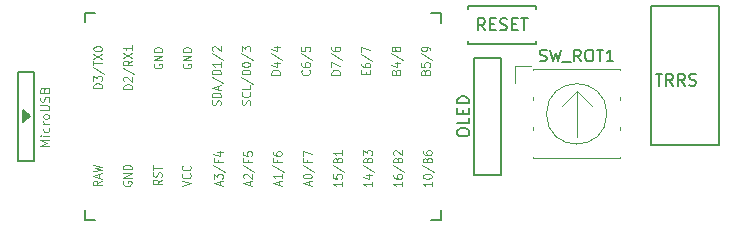
<source format=gbr>
%TF.GenerationSoftware,KiCad,Pcbnew,(5.1.9)-1*%
%TF.CreationDate,2021-02-13T13:30:33+09:00*%
%TF.ProjectId,yuiop22rs,7975696f-7032-4327-9273-2e6b69636164,1*%
%TF.SameCoordinates,Original*%
%TF.FileFunction,Legend,Top*%
%TF.FilePolarity,Positive*%
%FSLAX46Y46*%
G04 Gerber Fmt 4.6, Leading zero omitted, Abs format (unit mm)*
G04 Created by KiCad (PCBNEW (5.1.9)-1) date 2021-02-13 13:30:33*
%MOMM*%
%LPD*%
G01*
G04 APERTURE LIST*
%ADD10C,0.150000*%
%ADD11C,0.120000*%
%ADD12C,0.125000*%
G04 APERTURE END LIST*
D10*
%TO.C,J1*%
X100850000Y-50150000D02*
X106650000Y-50150000D01*
X106650000Y-50150000D02*
X106650000Y-61900000D01*
X106650000Y-61900000D02*
X100850000Y-61900000D01*
X100850000Y-61900000D02*
X100850000Y-50150000D01*
%TO.C,OL1*%
X85850000Y-54550000D02*
X88150000Y-54550000D01*
X85850000Y-64450000D02*
X85850000Y-54550000D01*
X88150000Y-64450000D02*
X88150000Y-54550000D01*
X88150000Y-64450000D02*
X85850000Y-64450000D01*
D11*
%TO.C,SW_ROT1*%
X97120000Y-59290000D02*
G75*
G03*
X97120000Y-59290000I-2560000J0D01*
G01*
X90890000Y-55600000D02*
X90890000Y-55520000D01*
X90890000Y-55520000D02*
X98230000Y-55520000D01*
X98230000Y-55520000D02*
X98230000Y-55600000D01*
X90890000Y-62980000D02*
X90890000Y-63060000D01*
X90890000Y-63060000D02*
X98230000Y-63060000D01*
X98230000Y-63060000D02*
X98230000Y-62980000D01*
X90890000Y-57900000D02*
X90890000Y-58140000D01*
X90890000Y-60440000D02*
X90890000Y-60680000D01*
X98230000Y-57900000D02*
X98230000Y-58140000D01*
X98230000Y-60440000D02*
X98230000Y-60680000D01*
X89330000Y-56640000D02*
X89330000Y-55270000D01*
X89330000Y-55270000D02*
X90700000Y-55270000D01*
X94560000Y-57370000D02*
X94560000Y-61210000D01*
X93280000Y-58650000D02*
X94560000Y-57370000D01*
X94560000Y-57370000D02*
X95840000Y-58650000D01*
D10*
%TO.C,SW_RST1*%
X85400000Y-53350000D02*
X91100000Y-53350000D01*
X91100000Y-53350000D02*
X91100000Y-53100000D01*
X85400000Y-53350000D02*
X85400000Y-53100000D01*
X85400000Y-50150000D02*
X85400000Y-50400000D01*
X85400000Y-50150000D02*
X91100000Y-50150000D01*
X91100000Y-50150000D02*
X91100000Y-50400000D01*
%TO.C,U1*%
X48100000Y-59650000D02*
X48100000Y-59350000D01*
X47950000Y-59750000D02*
X47950000Y-59250000D01*
X47800000Y-59850000D02*
X47800000Y-59150000D01*
X48300000Y-59500000D02*
X47650000Y-60000000D01*
X47650000Y-59000000D02*
X48300000Y-59500000D01*
X47650000Y-60000000D02*
X47650000Y-59000000D01*
X47300000Y-55750000D02*
X47300000Y-63250000D01*
X48600000Y-55750000D02*
X47300000Y-55750000D01*
X48600000Y-63250000D02*
X48600000Y-55750000D01*
X47300000Y-63250000D02*
X48600000Y-63250000D01*
X52900000Y-68250000D02*
X53750000Y-68250000D01*
X52900000Y-50750000D02*
X53750000Y-50750000D01*
X52900000Y-68250000D02*
X52900000Y-67400000D01*
X52900000Y-50750000D02*
X52900000Y-51550000D01*
X82200000Y-68250000D02*
X83100000Y-68250000D01*
X82250000Y-50750000D02*
X83100000Y-50750000D01*
X83100000Y-68250000D02*
X83100000Y-67400000D01*
X83100000Y-50750000D02*
X83100000Y-51610000D01*
%TO.C,J1*%
X101238095Y-55902380D02*
X101809523Y-55902380D01*
X101523809Y-56902380D02*
X101523809Y-55902380D01*
X102714285Y-56902380D02*
X102380952Y-56426190D01*
X102142857Y-56902380D02*
X102142857Y-55902380D01*
X102523809Y-55902380D01*
X102619047Y-55950000D01*
X102666666Y-55997619D01*
X102714285Y-56092857D01*
X102714285Y-56235714D01*
X102666666Y-56330952D01*
X102619047Y-56378571D01*
X102523809Y-56426190D01*
X102142857Y-56426190D01*
X103714285Y-56902380D02*
X103380952Y-56426190D01*
X103142857Y-56902380D02*
X103142857Y-55902380D01*
X103523809Y-55902380D01*
X103619047Y-55950000D01*
X103666666Y-55997619D01*
X103714285Y-56092857D01*
X103714285Y-56235714D01*
X103666666Y-56330952D01*
X103619047Y-56378571D01*
X103523809Y-56426190D01*
X103142857Y-56426190D01*
X104095238Y-56854761D02*
X104238095Y-56902380D01*
X104476190Y-56902380D01*
X104571428Y-56854761D01*
X104619047Y-56807142D01*
X104666666Y-56711904D01*
X104666666Y-56616666D01*
X104619047Y-56521428D01*
X104571428Y-56473809D01*
X104476190Y-56426190D01*
X104285714Y-56378571D01*
X104190476Y-56330952D01*
X104142857Y-56283333D01*
X104095238Y-56188095D01*
X104095238Y-56092857D01*
X104142857Y-55997619D01*
X104190476Y-55950000D01*
X104285714Y-55902380D01*
X104523809Y-55902380D01*
X104666666Y-55950000D01*
%TO.C,OL1*%
X84452380Y-60952380D02*
X84452380Y-60761904D01*
X84500000Y-60666666D01*
X84595238Y-60571428D01*
X84785714Y-60523809D01*
X85119047Y-60523809D01*
X85309523Y-60571428D01*
X85404761Y-60666666D01*
X85452380Y-60761904D01*
X85452380Y-60952380D01*
X85404761Y-61047619D01*
X85309523Y-61142857D01*
X85119047Y-61190476D01*
X84785714Y-61190476D01*
X84595238Y-61142857D01*
X84500000Y-61047619D01*
X84452380Y-60952380D01*
X85452380Y-59619047D02*
X85452380Y-60095238D01*
X84452380Y-60095238D01*
X84928571Y-59285714D02*
X84928571Y-58952380D01*
X85452380Y-58809523D02*
X85452380Y-59285714D01*
X84452380Y-59285714D01*
X84452380Y-58809523D01*
X85452380Y-58380952D02*
X84452380Y-58380952D01*
X84452380Y-58142857D01*
X84500000Y-58000000D01*
X84595238Y-57904761D01*
X84690476Y-57857142D01*
X84880952Y-57809523D01*
X85023809Y-57809523D01*
X85214285Y-57857142D01*
X85309523Y-57904761D01*
X85404761Y-58000000D01*
X85452380Y-58142857D01*
X85452380Y-58380952D01*
%TO.C,SW_ROT1*%
X91440952Y-54794761D02*
X91583809Y-54842380D01*
X91821904Y-54842380D01*
X91917142Y-54794761D01*
X91964761Y-54747142D01*
X92012380Y-54651904D01*
X92012380Y-54556666D01*
X91964761Y-54461428D01*
X91917142Y-54413809D01*
X91821904Y-54366190D01*
X91631428Y-54318571D01*
X91536190Y-54270952D01*
X91488571Y-54223333D01*
X91440952Y-54128095D01*
X91440952Y-54032857D01*
X91488571Y-53937619D01*
X91536190Y-53890000D01*
X91631428Y-53842380D01*
X91869523Y-53842380D01*
X92012380Y-53890000D01*
X92345714Y-53842380D02*
X92583809Y-54842380D01*
X92774285Y-54128095D01*
X92964761Y-54842380D01*
X93202857Y-53842380D01*
X93345714Y-54937619D02*
X94107619Y-54937619D01*
X94917142Y-54842380D02*
X94583809Y-54366190D01*
X94345714Y-54842380D02*
X94345714Y-53842380D01*
X94726666Y-53842380D01*
X94821904Y-53890000D01*
X94869523Y-53937619D01*
X94917142Y-54032857D01*
X94917142Y-54175714D01*
X94869523Y-54270952D01*
X94821904Y-54318571D01*
X94726666Y-54366190D01*
X94345714Y-54366190D01*
X95536190Y-53842380D02*
X95726666Y-53842380D01*
X95821904Y-53890000D01*
X95917142Y-53985238D01*
X95964761Y-54175714D01*
X95964761Y-54509047D01*
X95917142Y-54699523D01*
X95821904Y-54794761D01*
X95726666Y-54842380D01*
X95536190Y-54842380D01*
X95440952Y-54794761D01*
X95345714Y-54699523D01*
X95298095Y-54509047D01*
X95298095Y-54175714D01*
X95345714Y-53985238D01*
X95440952Y-53890000D01*
X95536190Y-53842380D01*
X96250476Y-53842380D02*
X96821904Y-53842380D01*
X96536190Y-54842380D02*
X96536190Y-53842380D01*
X97679047Y-54842380D02*
X97107619Y-54842380D01*
X97393333Y-54842380D02*
X97393333Y-53842380D01*
X97298095Y-53985238D01*
X97202857Y-54080476D01*
X97107619Y-54128095D01*
%TO.C,SW_RST1*%
X86797619Y-52202380D02*
X86464285Y-51726190D01*
X86226190Y-52202380D02*
X86226190Y-51202380D01*
X86607142Y-51202380D01*
X86702380Y-51250000D01*
X86750000Y-51297619D01*
X86797619Y-51392857D01*
X86797619Y-51535714D01*
X86750000Y-51630952D01*
X86702380Y-51678571D01*
X86607142Y-51726190D01*
X86226190Y-51726190D01*
X87226190Y-51678571D02*
X87559523Y-51678571D01*
X87702380Y-52202380D02*
X87226190Y-52202380D01*
X87226190Y-51202380D01*
X87702380Y-51202380D01*
X88083333Y-52154761D02*
X88226190Y-52202380D01*
X88464285Y-52202380D01*
X88559523Y-52154761D01*
X88607142Y-52107142D01*
X88654761Y-52011904D01*
X88654761Y-51916666D01*
X88607142Y-51821428D01*
X88559523Y-51773809D01*
X88464285Y-51726190D01*
X88273809Y-51678571D01*
X88178571Y-51630952D01*
X88130952Y-51583333D01*
X88083333Y-51488095D01*
X88083333Y-51392857D01*
X88130952Y-51297619D01*
X88178571Y-51250000D01*
X88273809Y-51202380D01*
X88511904Y-51202380D01*
X88654761Y-51250000D01*
X89083333Y-51678571D02*
X89416666Y-51678571D01*
X89559523Y-52202380D02*
X89083333Y-52202380D01*
X89083333Y-51202380D01*
X89559523Y-51202380D01*
X89845238Y-51202380D02*
X90416666Y-51202380D01*
X90130952Y-52202380D02*
X90130952Y-51202380D01*
%TO.C,U1*%
D11*
X49889285Y-61996428D02*
X49139285Y-61996428D01*
X49675000Y-61746428D01*
X49139285Y-61496428D01*
X49889285Y-61496428D01*
X49889285Y-61139285D02*
X49389285Y-61139285D01*
X49139285Y-61139285D02*
X49175000Y-61175000D01*
X49210714Y-61139285D01*
X49175000Y-61103571D01*
X49139285Y-61139285D01*
X49210714Y-61139285D01*
X49853571Y-60460714D02*
X49889285Y-60532142D01*
X49889285Y-60675000D01*
X49853571Y-60746428D01*
X49817857Y-60782142D01*
X49746428Y-60817857D01*
X49532142Y-60817857D01*
X49460714Y-60782142D01*
X49425000Y-60746428D01*
X49389285Y-60675000D01*
X49389285Y-60532142D01*
X49425000Y-60460714D01*
X49889285Y-60139285D02*
X49389285Y-60139285D01*
X49532142Y-60139285D02*
X49460714Y-60103571D01*
X49425000Y-60067857D01*
X49389285Y-59996428D01*
X49389285Y-59925000D01*
X49889285Y-59567857D02*
X49853571Y-59639285D01*
X49817857Y-59675000D01*
X49746428Y-59710714D01*
X49532142Y-59710714D01*
X49460714Y-59675000D01*
X49425000Y-59639285D01*
X49389285Y-59567857D01*
X49389285Y-59460714D01*
X49425000Y-59389285D01*
X49460714Y-59353571D01*
X49532142Y-59317857D01*
X49746428Y-59317857D01*
X49817857Y-59353571D01*
X49853571Y-59389285D01*
X49889285Y-59460714D01*
X49889285Y-59567857D01*
X49139285Y-58996428D02*
X49746428Y-58996428D01*
X49817857Y-58960714D01*
X49853571Y-58925000D01*
X49889285Y-58853571D01*
X49889285Y-58710714D01*
X49853571Y-58639285D01*
X49817857Y-58603571D01*
X49746428Y-58567857D01*
X49139285Y-58567857D01*
X49853571Y-58246428D02*
X49889285Y-58139285D01*
X49889285Y-57960714D01*
X49853571Y-57889285D01*
X49817857Y-57853571D01*
X49746428Y-57817857D01*
X49675000Y-57817857D01*
X49603571Y-57853571D01*
X49567857Y-57889285D01*
X49532142Y-57960714D01*
X49496428Y-58103571D01*
X49460714Y-58175000D01*
X49425000Y-58210714D01*
X49353571Y-58246428D01*
X49282142Y-58246428D01*
X49210714Y-58210714D01*
X49175000Y-58175000D01*
X49139285Y-58103571D01*
X49139285Y-57925000D01*
X49175000Y-57817857D01*
X49496428Y-57246428D02*
X49532142Y-57139285D01*
X49567857Y-57103571D01*
X49639285Y-57067857D01*
X49746428Y-57067857D01*
X49817857Y-57103571D01*
X49853571Y-57139285D01*
X49889285Y-57210714D01*
X49889285Y-57496428D01*
X49139285Y-57496428D01*
X49139285Y-57246428D01*
X49175000Y-57175000D01*
X49210714Y-57139285D01*
X49282142Y-57103571D01*
X49353571Y-57103571D01*
X49425000Y-57139285D01*
X49460714Y-57175000D01*
X49496428Y-57246428D01*
X49496428Y-57496428D01*
X49889285Y-61996428D02*
X49139285Y-61996428D01*
X49675000Y-61746428D01*
X49139285Y-61496428D01*
X49889285Y-61496428D01*
X49889285Y-61139285D02*
X49389285Y-61139285D01*
X49139285Y-61139285D02*
X49175000Y-61175000D01*
X49210714Y-61139285D01*
X49175000Y-61103571D01*
X49139285Y-61139285D01*
X49210714Y-61139285D01*
X49853571Y-60460714D02*
X49889285Y-60532142D01*
X49889285Y-60675000D01*
X49853571Y-60746428D01*
X49817857Y-60782142D01*
X49746428Y-60817857D01*
X49532142Y-60817857D01*
X49460714Y-60782142D01*
X49425000Y-60746428D01*
X49389285Y-60675000D01*
X49389285Y-60532142D01*
X49425000Y-60460714D01*
X49889285Y-60139285D02*
X49389285Y-60139285D01*
X49532142Y-60139285D02*
X49460714Y-60103571D01*
X49425000Y-60067857D01*
X49389285Y-59996428D01*
X49389285Y-59925000D01*
X49889285Y-59567857D02*
X49853571Y-59639285D01*
X49817857Y-59675000D01*
X49746428Y-59710714D01*
X49532142Y-59710714D01*
X49460714Y-59675000D01*
X49425000Y-59639285D01*
X49389285Y-59567857D01*
X49389285Y-59460714D01*
X49425000Y-59389285D01*
X49460714Y-59353571D01*
X49532142Y-59317857D01*
X49746428Y-59317857D01*
X49817857Y-59353571D01*
X49853571Y-59389285D01*
X49889285Y-59460714D01*
X49889285Y-59567857D01*
X49139285Y-58996428D02*
X49746428Y-58996428D01*
X49817857Y-58960714D01*
X49853571Y-58925000D01*
X49889285Y-58853571D01*
X49889285Y-58710714D01*
X49853571Y-58639285D01*
X49817857Y-58603571D01*
X49746428Y-58567857D01*
X49139285Y-58567857D01*
X49853571Y-58246428D02*
X49889285Y-58139285D01*
X49889285Y-57960714D01*
X49853571Y-57889285D01*
X49817857Y-57853571D01*
X49746428Y-57817857D01*
X49675000Y-57817857D01*
X49603571Y-57853571D01*
X49567857Y-57889285D01*
X49532142Y-57960714D01*
X49496428Y-58103571D01*
X49460714Y-58175000D01*
X49425000Y-58210714D01*
X49353571Y-58246428D01*
X49282142Y-58246428D01*
X49210714Y-58210714D01*
X49175000Y-58175000D01*
X49139285Y-58103571D01*
X49139285Y-57925000D01*
X49175000Y-57817857D01*
X49496428Y-57246428D02*
X49532142Y-57139285D01*
X49567857Y-57103571D01*
X49639285Y-57067857D01*
X49746428Y-57067857D01*
X49817857Y-57103571D01*
X49853571Y-57139285D01*
X49889285Y-57210714D01*
X49889285Y-57496428D01*
X49139285Y-57496428D01*
X49139285Y-57246428D01*
X49175000Y-57175000D01*
X49210714Y-57139285D01*
X49282142Y-57103571D01*
X49353571Y-57103571D01*
X49425000Y-57139285D01*
X49460714Y-57175000D01*
X49496428Y-57246428D01*
X49496428Y-57496428D01*
D12*
X79246428Y-55736190D02*
X79282142Y-55640476D01*
X79317857Y-55608571D01*
X79389285Y-55576666D01*
X79496428Y-55576666D01*
X79567857Y-55608571D01*
X79603571Y-55640476D01*
X79639285Y-55704285D01*
X79639285Y-55959523D01*
X78889285Y-55959523D01*
X78889285Y-55736190D01*
X78925000Y-55672380D01*
X78960714Y-55640476D01*
X79032142Y-55608571D01*
X79103571Y-55608571D01*
X79175000Y-55640476D01*
X79210714Y-55672380D01*
X79246428Y-55736190D01*
X79246428Y-55959523D01*
X79139285Y-55002380D02*
X79639285Y-55002380D01*
X78853571Y-55161904D02*
X79389285Y-55321428D01*
X79389285Y-54906666D01*
X78853571Y-54172857D02*
X79817857Y-54747142D01*
X79210714Y-53853809D02*
X79175000Y-53917619D01*
X79139285Y-53949523D01*
X79067857Y-53981428D01*
X79032142Y-53981428D01*
X78960714Y-53949523D01*
X78925000Y-53917619D01*
X78889285Y-53853809D01*
X78889285Y-53726190D01*
X78925000Y-53662380D01*
X78960714Y-53630476D01*
X79032142Y-53598571D01*
X79067857Y-53598571D01*
X79139285Y-53630476D01*
X79175000Y-53662380D01*
X79210714Y-53726190D01*
X79210714Y-53853809D01*
X79246428Y-53917619D01*
X79282142Y-53949523D01*
X79353571Y-53981428D01*
X79496428Y-53981428D01*
X79567857Y-53949523D01*
X79603571Y-53917619D01*
X79639285Y-53853809D01*
X79639285Y-53726190D01*
X79603571Y-53662380D01*
X79567857Y-53630476D01*
X79496428Y-53598571D01*
X79353571Y-53598571D01*
X79282142Y-53630476D01*
X79246428Y-53662380D01*
X79210714Y-53726190D01*
X56939285Y-57163571D02*
X56189285Y-57163571D01*
X56189285Y-57004047D01*
X56225000Y-56908333D01*
X56296428Y-56844523D01*
X56367857Y-56812619D01*
X56510714Y-56780714D01*
X56617857Y-56780714D01*
X56760714Y-56812619D01*
X56832142Y-56844523D01*
X56903571Y-56908333D01*
X56939285Y-57004047D01*
X56939285Y-57163571D01*
X56260714Y-56525476D02*
X56225000Y-56493571D01*
X56189285Y-56429761D01*
X56189285Y-56270238D01*
X56225000Y-56206428D01*
X56260714Y-56174523D01*
X56332142Y-56142619D01*
X56403571Y-56142619D01*
X56510714Y-56174523D01*
X56939285Y-56557380D01*
X56939285Y-56142619D01*
X56153571Y-55376904D02*
X57117857Y-55951190D01*
X56939285Y-54770714D02*
X56582142Y-54994047D01*
X56939285Y-55153571D02*
X56189285Y-55153571D01*
X56189285Y-54898333D01*
X56225000Y-54834523D01*
X56260714Y-54802619D01*
X56332142Y-54770714D01*
X56439285Y-54770714D01*
X56510714Y-54802619D01*
X56546428Y-54834523D01*
X56582142Y-54898333D01*
X56582142Y-55153571D01*
X56189285Y-54547380D02*
X56939285Y-54100714D01*
X56189285Y-54100714D02*
X56939285Y-54547380D01*
X56939285Y-53494523D02*
X56939285Y-53877380D01*
X56939285Y-53685952D02*
X56189285Y-53685952D01*
X56296428Y-53749761D01*
X56367857Y-53813571D01*
X56403571Y-53877380D01*
X81746428Y-55736190D02*
X81782142Y-55640476D01*
X81817857Y-55608571D01*
X81889285Y-55576666D01*
X81996428Y-55576666D01*
X82067857Y-55608571D01*
X82103571Y-55640476D01*
X82139285Y-55704285D01*
X82139285Y-55959523D01*
X81389285Y-55959523D01*
X81389285Y-55736190D01*
X81425000Y-55672380D01*
X81460714Y-55640476D01*
X81532142Y-55608571D01*
X81603571Y-55608571D01*
X81675000Y-55640476D01*
X81710714Y-55672380D01*
X81746428Y-55736190D01*
X81746428Y-55959523D01*
X81389285Y-54970476D02*
X81389285Y-55289523D01*
X81746428Y-55321428D01*
X81710714Y-55289523D01*
X81675000Y-55225714D01*
X81675000Y-55066190D01*
X81710714Y-55002380D01*
X81746428Y-54970476D01*
X81817857Y-54938571D01*
X81996428Y-54938571D01*
X82067857Y-54970476D01*
X82103571Y-55002380D01*
X82139285Y-55066190D01*
X82139285Y-55225714D01*
X82103571Y-55289523D01*
X82067857Y-55321428D01*
X81353571Y-54172857D02*
X82317857Y-54747142D01*
X82139285Y-53917619D02*
X82139285Y-53790000D01*
X82103571Y-53726190D01*
X82067857Y-53694285D01*
X81960714Y-53630476D01*
X81817857Y-53598571D01*
X81532142Y-53598571D01*
X81460714Y-53630476D01*
X81425000Y-53662380D01*
X81389285Y-53726190D01*
X81389285Y-53853809D01*
X81425000Y-53917619D01*
X81460714Y-53949523D01*
X81532142Y-53981428D01*
X81710714Y-53981428D01*
X81782142Y-53949523D01*
X81817857Y-53917619D01*
X81853571Y-53853809D01*
X81853571Y-53726190D01*
X81817857Y-53662380D01*
X81782142Y-53630476D01*
X81710714Y-53598571D01*
X71917857Y-55576666D02*
X71953571Y-55608571D01*
X71989285Y-55704285D01*
X71989285Y-55768095D01*
X71953571Y-55863809D01*
X71882142Y-55927619D01*
X71810714Y-55959523D01*
X71667857Y-55991428D01*
X71560714Y-55991428D01*
X71417857Y-55959523D01*
X71346428Y-55927619D01*
X71275000Y-55863809D01*
X71239285Y-55768095D01*
X71239285Y-55704285D01*
X71275000Y-55608571D01*
X71310714Y-55576666D01*
X71239285Y-55002380D02*
X71239285Y-55130000D01*
X71275000Y-55193809D01*
X71310714Y-55225714D01*
X71417857Y-55289523D01*
X71560714Y-55321428D01*
X71846428Y-55321428D01*
X71917857Y-55289523D01*
X71953571Y-55257619D01*
X71989285Y-55193809D01*
X71989285Y-55066190D01*
X71953571Y-55002380D01*
X71917857Y-54970476D01*
X71846428Y-54938571D01*
X71667857Y-54938571D01*
X71596428Y-54970476D01*
X71560714Y-55002380D01*
X71525000Y-55066190D01*
X71525000Y-55193809D01*
X71560714Y-55257619D01*
X71596428Y-55289523D01*
X71667857Y-55321428D01*
X71203571Y-54172857D02*
X72167857Y-54747142D01*
X71239285Y-53630476D02*
X71239285Y-53949523D01*
X71596428Y-53981428D01*
X71560714Y-53949523D01*
X71525000Y-53885714D01*
X71525000Y-53726190D01*
X71560714Y-53662380D01*
X71596428Y-53630476D01*
X71667857Y-53598571D01*
X71846428Y-53598571D01*
X71917857Y-53630476D01*
X71953571Y-53662380D01*
X71989285Y-53726190D01*
X71989285Y-53885714D01*
X71953571Y-53949523D01*
X71917857Y-53981428D01*
X66903571Y-58517619D02*
X66939285Y-58421904D01*
X66939285Y-58262380D01*
X66903571Y-58198571D01*
X66867857Y-58166666D01*
X66796428Y-58134761D01*
X66725000Y-58134761D01*
X66653571Y-58166666D01*
X66617857Y-58198571D01*
X66582142Y-58262380D01*
X66546428Y-58390000D01*
X66510714Y-58453809D01*
X66475000Y-58485714D01*
X66403571Y-58517619D01*
X66332142Y-58517619D01*
X66260714Y-58485714D01*
X66225000Y-58453809D01*
X66189285Y-58390000D01*
X66189285Y-58230476D01*
X66225000Y-58134761D01*
X66867857Y-57464761D02*
X66903571Y-57496666D01*
X66939285Y-57592380D01*
X66939285Y-57656190D01*
X66903571Y-57751904D01*
X66832142Y-57815714D01*
X66760714Y-57847619D01*
X66617857Y-57879523D01*
X66510714Y-57879523D01*
X66367857Y-57847619D01*
X66296428Y-57815714D01*
X66225000Y-57751904D01*
X66189285Y-57656190D01*
X66189285Y-57592380D01*
X66225000Y-57496666D01*
X66260714Y-57464761D01*
X66939285Y-56858571D02*
X66939285Y-57177619D01*
X66189285Y-57177619D01*
X66153571Y-56156666D02*
X67117857Y-56730952D01*
X66939285Y-55933333D02*
X66189285Y-55933333D01*
X66189285Y-55773809D01*
X66225000Y-55678095D01*
X66296428Y-55614285D01*
X66367857Y-55582380D01*
X66510714Y-55550476D01*
X66617857Y-55550476D01*
X66760714Y-55582380D01*
X66832142Y-55614285D01*
X66903571Y-55678095D01*
X66939285Y-55773809D01*
X66939285Y-55933333D01*
X66189285Y-55135714D02*
X66189285Y-55071904D01*
X66225000Y-55008095D01*
X66260714Y-54976190D01*
X66332142Y-54944285D01*
X66475000Y-54912380D01*
X66653571Y-54912380D01*
X66796428Y-54944285D01*
X66867857Y-54976190D01*
X66903571Y-55008095D01*
X66939285Y-55071904D01*
X66939285Y-55135714D01*
X66903571Y-55199523D01*
X66867857Y-55231428D01*
X66796428Y-55263333D01*
X66653571Y-55295238D01*
X66475000Y-55295238D01*
X66332142Y-55263333D01*
X66260714Y-55231428D01*
X66225000Y-55199523D01*
X66189285Y-55135714D01*
X66153571Y-54146666D02*
X67117857Y-54720952D01*
X66189285Y-53987142D02*
X66189285Y-53572380D01*
X66475000Y-53795714D01*
X66475000Y-53700000D01*
X66510714Y-53636190D01*
X66546428Y-53604285D01*
X66617857Y-53572380D01*
X66796428Y-53572380D01*
X66867857Y-53604285D01*
X66903571Y-53636190D01*
X66939285Y-53700000D01*
X66939285Y-53891428D01*
X66903571Y-53955238D01*
X66867857Y-53987142D01*
X64403571Y-58533571D02*
X64439285Y-58437857D01*
X64439285Y-58278333D01*
X64403571Y-58214523D01*
X64367857Y-58182619D01*
X64296428Y-58150714D01*
X64225000Y-58150714D01*
X64153571Y-58182619D01*
X64117857Y-58214523D01*
X64082142Y-58278333D01*
X64046428Y-58405952D01*
X64010714Y-58469761D01*
X63975000Y-58501666D01*
X63903571Y-58533571D01*
X63832142Y-58533571D01*
X63760714Y-58501666D01*
X63725000Y-58469761D01*
X63689285Y-58405952D01*
X63689285Y-58246428D01*
X63725000Y-58150714D01*
X64439285Y-57863571D02*
X63689285Y-57863571D01*
X63689285Y-57704047D01*
X63725000Y-57608333D01*
X63796428Y-57544523D01*
X63867857Y-57512619D01*
X64010714Y-57480714D01*
X64117857Y-57480714D01*
X64260714Y-57512619D01*
X64332142Y-57544523D01*
X64403571Y-57608333D01*
X64439285Y-57704047D01*
X64439285Y-57863571D01*
X64225000Y-57225476D02*
X64225000Y-56906428D01*
X64439285Y-57289285D02*
X63689285Y-57065952D01*
X64439285Y-56842619D01*
X63653571Y-56140714D02*
X64617857Y-56715000D01*
X64439285Y-55917380D02*
X63689285Y-55917380D01*
X63689285Y-55757857D01*
X63725000Y-55662142D01*
X63796428Y-55598333D01*
X63867857Y-55566428D01*
X64010714Y-55534523D01*
X64117857Y-55534523D01*
X64260714Y-55566428D01*
X64332142Y-55598333D01*
X64403571Y-55662142D01*
X64439285Y-55757857D01*
X64439285Y-55917380D01*
X64439285Y-54896428D02*
X64439285Y-55279285D01*
X64439285Y-55087857D02*
X63689285Y-55087857D01*
X63796428Y-55151666D01*
X63867857Y-55215476D01*
X63903571Y-55279285D01*
X63653571Y-54130714D02*
X64617857Y-54705000D01*
X63760714Y-53939285D02*
X63725000Y-53907380D01*
X63689285Y-53843571D01*
X63689285Y-53684047D01*
X63725000Y-53620238D01*
X63760714Y-53588333D01*
X63832142Y-53556428D01*
X63903571Y-53556428D01*
X64010714Y-53588333D01*
X64439285Y-53971190D01*
X64439285Y-53556428D01*
X69439285Y-55959523D02*
X68689285Y-55959523D01*
X68689285Y-55800000D01*
X68725000Y-55704285D01*
X68796428Y-55640476D01*
X68867857Y-55608571D01*
X69010714Y-55576666D01*
X69117857Y-55576666D01*
X69260714Y-55608571D01*
X69332142Y-55640476D01*
X69403571Y-55704285D01*
X69439285Y-55800000D01*
X69439285Y-55959523D01*
X68939285Y-55002380D02*
X69439285Y-55002380D01*
X68653571Y-55161904D02*
X69189285Y-55321428D01*
X69189285Y-54906666D01*
X68653571Y-54172857D02*
X69617857Y-54747142D01*
X68939285Y-53662380D02*
X69439285Y-53662380D01*
X68653571Y-53821904D02*
X69189285Y-53981428D01*
X69189285Y-53566666D01*
X54389285Y-57083809D02*
X53639285Y-57083809D01*
X53639285Y-56924285D01*
X53675000Y-56828571D01*
X53746428Y-56764761D01*
X53817857Y-56732857D01*
X53960714Y-56700952D01*
X54067857Y-56700952D01*
X54210714Y-56732857D01*
X54282142Y-56764761D01*
X54353571Y-56828571D01*
X54389285Y-56924285D01*
X54389285Y-57083809D01*
X53639285Y-56477619D02*
X53639285Y-56062857D01*
X53925000Y-56286190D01*
X53925000Y-56190476D01*
X53960714Y-56126666D01*
X53996428Y-56094761D01*
X54067857Y-56062857D01*
X54246428Y-56062857D01*
X54317857Y-56094761D01*
X54353571Y-56126666D01*
X54389285Y-56190476D01*
X54389285Y-56381904D01*
X54353571Y-56445714D01*
X54317857Y-56477619D01*
X53603571Y-55297142D02*
X54567857Y-55871428D01*
X53639285Y-55169523D02*
X53639285Y-54786666D01*
X54389285Y-54978095D02*
X53639285Y-54978095D01*
X53639285Y-54627142D02*
X54389285Y-54180476D01*
X53639285Y-54180476D02*
X54389285Y-54627142D01*
X53639285Y-53797619D02*
X53639285Y-53733809D01*
X53675000Y-53670000D01*
X53710714Y-53638095D01*
X53782142Y-53606190D01*
X53925000Y-53574285D01*
X54103571Y-53574285D01*
X54246428Y-53606190D01*
X54317857Y-53638095D01*
X54353571Y-53670000D01*
X54389285Y-53733809D01*
X54389285Y-53797619D01*
X54353571Y-53861428D01*
X54317857Y-53893333D01*
X54246428Y-53925238D01*
X54103571Y-53957142D01*
X53925000Y-53957142D01*
X53782142Y-53925238D01*
X53710714Y-53893333D01*
X53675000Y-53861428D01*
X53639285Y-53797619D01*
X61225000Y-55055476D02*
X61189285Y-55119285D01*
X61189285Y-55215000D01*
X61225000Y-55310714D01*
X61296428Y-55374523D01*
X61367857Y-55406428D01*
X61510714Y-55438333D01*
X61617857Y-55438333D01*
X61760714Y-55406428D01*
X61832142Y-55374523D01*
X61903571Y-55310714D01*
X61939285Y-55215000D01*
X61939285Y-55151190D01*
X61903571Y-55055476D01*
X61867857Y-55023571D01*
X61617857Y-55023571D01*
X61617857Y-55151190D01*
X61939285Y-54736428D02*
X61189285Y-54736428D01*
X61939285Y-54353571D01*
X61189285Y-54353571D01*
X61939285Y-54034523D02*
X61189285Y-54034523D01*
X61189285Y-53875000D01*
X61225000Y-53779285D01*
X61296428Y-53715476D01*
X61367857Y-53683571D01*
X61510714Y-53651666D01*
X61617857Y-53651666D01*
X61760714Y-53683571D01*
X61832142Y-53715476D01*
X61903571Y-53779285D01*
X61939285Y-53875000D01*
X61939285Y-54034523D01*
X58775000Y-55055476D02*
X58739285Y-55119285D01*
X58739285Y-55215000D01*
X58775000Y-55310714D01*
X58846428Y-55374523D01*
X58917857Y-55406428D01*
X59060714Y-55438333D01*
X59167857Y-55438333D01*
X59310714Y-55406428D01*
X59382142Y-55374523D01*
X59453571Y-55310714D01*
X59489285Y-55215000D01*
X59489285Y-55151190D01*
X59453571Y-55055476D01*
X59417857Y-55023571D01*
X59167857Y-55023571D01*
X59167857Y-55151190D01*
X59489285Y-54736428D02*
X58739285Y-54736428D01*
X59489285Y-54353571D01*
X58739285Y-54353571D01*
X59489285Y-54034523D02*
X58739285Y-54034523D01*
X58739285Y-53875000D01*
X58775000Y-53779285D01*
X58846428Y-53715476D01*
X58917857Y-53683571D01*
X59060714Y-53651666D01*
X59167857Y-53651666D01*
X59310714Y-53683571D01*
X59382142Y-53715476D01*
X59453571Y-53779285D01*
X59489285Y-53875000D01*
X59489285Y-54034523D01*
X74539285Y-55959523D02*
X73789285Y-55959523D01*
X73789285Y-55800000D01*
X73825000Y-55704285D01*
X73896428Y-55640476D01*
X73967857Y-55608571D01*
X74110714Y-55576666D01*
X74217857Y-55576666D01*
X74360714Y-55608571D01*
X74432142Y-55640476D01*
X74503571Y-55704285D01*
X74539285Y-55800000D01*
X74539285Y-55959523D01*
X73789285Y-55353333D02*
X73789285Y-54906666D01*
X74539285Y-55193809D01*
X73753571Y-54172857D02*
X74717857Y-54747142D01*
X73789285Y-53662380D02*
X73789285Y-53790000D01*
X73825000Y-53853809D01*
X73860714Y-53885714D01*
X73967857Y-53949523D01*
X74110714Y-53981428D01*
X74396428Y-53981428D01*
X74467857Y-53949523D01*
X74503571Y-53917619D01*
X74539285Y-53853809D01*
X74539285Y-53726190D01*
X74503571Y-53662380D01*
X74467857Y-53630476D01*
X74396428Y-53598571D01*
X74217857Y-53598571D01*
X74146428Y-53630476D01*
X74110714Y-53662380D01*
X74075000Y-53726190D01*
X74075000Y-53853809D01*
X74110714Y-53917619D01*
X74146428Y-53949523D01*
X74217857Y-53981428D01*
X76696428Y-55927619D02*
X76696428Y-55704285D01*
X77089285Y-55608571D02*
X77089285Y-55927619D01*
X76339285Y-55927619D01*
X76339285Y-55608571D01*
X76339285Y-55034285D02*
X76339285Y-55161904D01*
X76375000Y-55225714D01*
X76410714Y-55257619D01*
X76517857Y-55321428D01*
X76660714Y-55353333D01*
X76946428Y-55353333D01*
X77017857Y-55321428D01*
X77053571Y-55289523D01*
X77089285Y-55225714D01*
X77089285Y-55098095D01*
X77053571Y-55034285D01*
X77017857Y-55002380D01*
X76946428Y-54970476D01*
X76767857Y-54970476D01*
X76696428Y-55002380D01*
X76660714Y-55034285D01*
X76625000Y-55098095D01*
X76625000Y-55225714D01*
X76660714Y-55289523D01*
X76696428Y-55321428D01*
X76767857Y-55353333D01*
X76303571Y-54204761D02*
X77267857Y-54779047D01*
X76339285Y-54045238D02*
X76339285Y-53598571D01*
X77089285Y-53885714D01*
X79789285Y-65027619D02*
X79789285Y-65410476D01*
X79789285Y-65219047D02*
X79039285Y-65219047D01*
X79146428Y-65282857D01*
X79217857Y-65346666D01*
X79253571Y-65410476D01*
X79039285Y-64453333D02*
X79039285Y-64580952D01*
X79075000Y-64644761D01*
X79110714Y-64676666D01*
X79217857Y-64740476D01*
X79360714Y-64772380D01*
X79646428Y-64772380D01*
X79717857Y-64740476D01*
X79753571Y-64708571D01*
X79789285Y-64644761D01*
X79789285Y-64517142D01*
X79753571Y-64453333D01*
X79717857Y-64421428D01*
X79646428Y-64389523D01*
X79467857Y-64389523D01*
X79396428Y-64421428D01*
X79360714Y-64453333D01*
X79325000Y-64517142D01*
X79325000Y-64644761D01*
X79360714Y-64708571D01*
X79396428Y-64740476D01*
X79467857Y-64772380D01*
X79003571Y-63623809D02*
X79967857Y-64198095D01*
X79396428Y-63177142D02*
X79432142Y-63081428D01*
X79467857Y-63049523D01*
X79539285Y-63017619D01*
X79646428Y-63017619D01*
X79717857Y-63049523D01*
X79753571Y-63081428D01*
X79789285Y-63145238D01*
X79789285Y-63400476D01*
X79039285Y-63400476D01*
X79039285Y-63177142D01*
X79075000Y-63113333D01*
X79110714Y-63081428D01*
X79182142Y-63049523D01*
X79253571Y-63049523D01*
X79325000Y-63081428D01*
X79360714Y-63113333D01*
X79396428Y-63177142D01*
X79396428Y-63400476D01*
X79110714Y-62762380D02*
X79075000Y-62730476D01*
X79039285Y-62666666D01*
X79039285Y-62507142D01*
X79075000Y-62443333D01*
X79110714Y-62411428D01*
X79182142Y-62379523D01*
X79253571Y-62379523D01*
X79360714Y-62411428D01*
X79789285Y-62794285D01*
X79789285Y-62379523D01*
X82289285Y-65027619D02*
X82289285Y-65410476D01*
X82289285Y-65219047D02*
X81539285Y-65219047D01*
X81646428Y-65282857D01*
X81717857Y-65346666D01*
X81753571Y-65410476D01*
X81539285Y-64612857D02*
X81539285Y-64549047D01*
X81575000Y-64485238D01*
X81610714Y-64453333D01*
X81682142Y-64421428D01*
X81825000Y-64389523D01*
X82003571Y-64389523D01*
X82146428Y-64421428D01*
X82217857Y-64453333D01*
X82253571Y-64485238D01*
X82289285Y-64549047D01*
X82289285Y-64612857D01*
X82253571Y-64676666D01*
X82217857Y-64708571D01*
X82146428Y-64740476D01*
X82003571Y-64772380D01*
X81825000Y-64772380D01*
X81682142Y-64740476D01*
X81610714Y-64708571D01*
X81575000Y-64676666D01*
X81539285Y-64612857D01*
X81503571Y-63623809D02*
X82467857Y-64198095D01*
X81896428Y-63177142D02*
X81932142Y-63081428D01*
X81967857Y-63049523D01*
X82039285Y-63017619D01*
X82146428Y-63017619D01*
X82217857Y-63049523D01*
X82253571Y-63081428D01*
X82289285Y-63145238D01*
X82289285Y-63400476D01*
X81539285Y-63400476D01*
X81539285Y-63177142D01*
X81575000Y-63113333D01*
X81610714Y-63081428D01*
X81682142Y-63049523D01*
X81753571Y-63049523D01*
X81825000Y-63081428D01*
X81860714Y-63113333D01*
X81896428Y-63177142D01*
X81896428Y-63400476D01*
X81539285Y-62443333D02*
X81539285Y-62570952D01*
X81575000Y-62634761D01*
X81610714Y-62666666D01*
X81717857Y-62730476D01*
X81860714Y-62762380D01*
X82146428Y-62762380D01*
X82217857Y-62730476D01*
X82253571Y-62698571D01*
X82289285Y-62634761D01*
X82289285Y-62507142D01*
X82253571Y-62443333D01*
X82217857Y-62411428D01*
X82146428Y-62379523D01*
X81967857Y-62379523D01*
X81896428Y-62411428D01*
X81860714Y-62443333D01*
X81825000Y-62507142D01*
X81825000Y-62634761D01*
X81860714Y-62698571D01*
X81896428Y-62730476D01*
X81967857Y-62762380D01*
X77239285Y-65027619D02*
X77239285Y-65410476D01*
X77239285Y-65219047D02*
X76489285Y-65219047D01*
X76596428Y-65282857D01*
X76667857Y-65346666D01*
X76703571Y-65410476D01*
X76739285Y-64453333D02*
X77239285Y-64453333D01*
X76453571Y-64612857D02*
X76989285Y-64772380D01*
X76989285Y-64357619D01*
X76453571Y-63623809D02*
X77417857Y-64198095D01*
X76846428Y-63177142D02*
X76882142Y-63081428D01*
X76917857Y-63049523D01*
X76989285Y-63017619D01*
X77096428Y-63017619D01*
X77167857Y-63049523D01*
X77203571Y-63081428D01*
X77239285Y-63145238D01*
X77239285Y-63400476D01*
X76489285Y-63400476D01*
X76489285Y-63177142D01*
X76525000Y-63113333D01*
X76560714Y-63081428D01*
X76632142Y-63049523D01*
X76703571Y-63049523D01*
X76775000Y-63081428D01*
X76810714Y-63113333D01*
X76846428Y-63177142D01*
X76846428Y-63400476D01*
X76489285Y-62794285D02*
X76489285Y-62379523D01*
X76775000Y-62602857D01*
X76775000Y-62507142D01*
X76810714Y-62443333D01*
X76846428Y-62411428D01*
X76917857Y-62379523D01*
X77096428Y-62379523D01*
X77167857Y-62411428D01*
X77203571Y-62443333D01*
X77239285Y-62507142D01*
X77239285Y-62698571D01*
X77203571Y-62762380D01*
X77167857Y-62794285D01*
X74689285Y-65027619D02*
X74689285Y-65410476D01*
X74689285Y-65219047D02*
X73939285Y-65219047D01*
X74046428Y-65282857D01*
X74117857Y-65346666D01*
X74153571Y-65410476D01*
X73939285Y-64421428D02*
X73939285Y-64740476D01*
X74296428Y-64772380D01*
X74260714Y-64740476D01*
X74225000Y-64676666D01*
X74225000Y-64517142D01*
X74260714Y-64453333D01*
X74296428Y-64421428D01*
X74367857Y-64389523D01*
X74546428Y-64389523D01*
X74617857Y-64421428D01*
X74653571Y-64453333D01*
X74689285Y-64517142D01*
X74689285Y-64676666D01*
X74653571Y-64740476D01*
X74617857Y-64772380D01*
X73903571Y-63623809D02*
X74867857Y-64198095D01*
X74296428Y-63177142D02*
X74332142Y-63081428D01*
X74367857Y-63049523D01*
X74439285Y-63017619D01*
X74546428Y-63017619D01*
X74617857Y-63049523D01*
X74653571Y-63081428D01*
X74689285Y-63145238D01*
X74689285Y-63400476D01*
X73939285Y-63400476D01*
X73939285Y-63177142D01*
X73975000Y-63113333D01*
X74010714Y-63081428D01*
X74082142Y-63049523D01*
X74153571Y-63049523D01*
X74225000Y-63081428D01*
X74260714Y-63113333D01*
X74296428Y-63177142D01*
X74296428Y-63400476D01*
X74689285Y-62379523D02*
X74689285Y-62762380D01*
X74689285Y-62570952D02*
X73939285Y-62570952D01*
X74046428Y-62634761D01*
X74117857Y-62698571D01*
X74153571Y-62762380D01*
X71925000Y-65330714D02*
X71925000Y-65011666D01*
X72139285Y-65394523D02*
X71389285Y-65171190D01*
X72139285Y-64947857D01*
X71389285Y-64596904D02*
X71389285Y-64533095D01*
X71425000Y-64469285D01*
X71460714Y-64437380D01*
X71532142Y-64405476D01*
X71675000Y-64373571D01*
X71853571Y-64373571D01*
X71996428Y-64405476D01*
X72067857Y-64437380D01*
X72103571Y-64469285D01*
X72139285Y-64533095D01*
X72139285Y-64596904D01*
X72103571Y-64660714D01*
X72067857Y-64692619D01*
X71996428Y-64724523D01*
X71853571Y-64756428D01*
X71675000Y-64756428D01*
X71532142Y-64724523D01*
X71460714Y-64692619D01*
X71425000Y-64660714D01*
X71389285Y-64596904D01*
X71353571Y-63607857D02*
X72317857Y-64182142D01*
X71746428Y-63161190D02*
X71746428Y-63384523D01*
X72139285Y-63384523D02*
X71389285Y-63384523D01*
X71389285Y-63065476D01*
X71389285Y-62874047D02*
X71389285Y-62427380D01*
X72139285Y-62714523D01*
X69375000Y-65330714D02*
X69375000Y-65011666D01*
X69589285Y-65394523D02*
X68839285Y-65171190D01*
X69589285Y-64947857D01*
X69589285Y-64373571D02*
X69589285Y-64756428D01*
X69589285Y-64565000D02*
X68839285Y-64565000D01*
X68946428Y-64628809D01*
X69017857Y-64692619D01*
X69053571Y-64756428D01*
X68803571Y-63607857D02*
X69767857Y-64182142D01*
X69196428Y-63161190D02*
X69196428Y-63384523D01*
X69589285Y-63384523D02*
X68839285Y-63384523D01*
X68839285Y-63065476D01*
X68839285Y-62523095D02*
X68839285Y-62650714D01*
X68875000Y-62714523D01*
X68910714Y-62746428D01*
X69017857Y-62810238D01*
X69160714Y-62842142D01*
X69446428Y-62842142D01*
X69517857Y-62810238D01*
X69553571Y-62778333D01*
X69589285Y-62714523D01*
X69589285Y-62586904D01*
X69553571Y-62523095D01*
X69517857Y-62491190D01*
X69446428Y-62459285D01*
X69267857Y-62459285D01*
X69196428Y-62491190D01*
X69160714Y-62523095D01*
X69125000Y-62586904D01*
X69125000Y-62714523D01*
X69160714Y-62778333D01*
X69196428Y-62810238D01*
X69267857Y-62842142D01*
X66875000Y-65330714D02*
X66875000Y-65011666D01*
X67089285Y-65394523D02*
X66339285Y-65171190D01*
X67089285Y-64947857D01*
X66410714Y-64756428D02*
X66375000Y-64724523D01*
X66339285Y-64660714D01*
X66339285Y-64501190D01*
X66375000Y-64437380D01*
X66410714Y-64405476D01*
X66482142Y-64373571D01*
X66553571Y-64373571D01*
X66660714Y-64405476D01*
X67089285Y-64788333D01*
X67089285Y-64373571D01*
X66303571Y-63607857D02*
X67267857Y-64182142D01*
X66696428Y-63161190D02*
X66696428Y-63384523D01*
X67089285Y-63384523D02*
X66339285Y-63384523D01*
X66339285Y-63065476D01*
X66339285Y-62491190D02*
X66339285Y-62810238D01*
X66696428Y-62842142D01*
X66660714Y-62810238D01*
X66625000Y-62746428D01*
X66625000Y-62586904D01*
X66660714Y-62523095D01*
X66696428Y-62491190D01*
X66767857Y-62459285D01*
X66946428Y-62459285D01*
X67017857Y-62491190D01*
X67053571Y-62523095D01*
X67089285Y-62586904D01*
X67089285Y-62746428D01*
X67053571Y-62810238D01*
X67017857Y-62842142D01*
X64375000Y-65330714D02*
X64375000Y-65011666D01*
X64589285Y-65394523D02*
X63839285Y-65171190D01*
X64589285Y-64947857D01*
X63839285Y-64788333D02*
X63839285Y-64373571D01*
X64125000Y-64596904D01*
X64125000Y-64501190D01*
X64160714Y-64437380D01*
X64196428Y-64405476D01*
X64267857Y-64373571D01*
X64446428Y-64373571D01*
X64517857Y-64405476D01*
X64553571Y-64437380D01*
X64589285Y-64501190D01*
X64589285Y-64692619D01*
X64553571Y-64756428D01*
X64517857Y-64788333D01*
X63803571Y-63607857D02*
X64767857Y-64182142D01*
X64196428Y-63161190D02*
X64196428Y-63384523D01*
X64589285Y-63384523D02*
X63839285Y-63384523D01*
X63839285Y-63065476D01*
X64089285Y-62523095D02*
X64589285Y-62523095D01*
X63803571Y-62682619D02*
X64339285Y-62842142D01*
X64339285Y-62427380D01*
X61139285Y-65388333D02*
X61889285Y-65165000D01*
X61139285Y-64941666D01*
X61817857Y-64335476D02*
X61853571Y-64367380D01*
X61889285Y-64463095D01*
X61889285Y-64526904D01*
X61853571Y-64622619D01*
X61782142Y-64686428D01*
X61710714Y-64718333D01*
X61567857Y-64750238D01*
X61460714Y-64750238D01*
X61317857Y-64718333D01*
X61246428Y-64686428D01*
X61175000Y-64622619D01*
X61139285Y-64526904D01*
X61139285Y-64463095D01*
X61175000Y-64367380D01*
X61210714Y-64335476D01*
X61817857Y-63665476D02*
X61853571Y-63697380D01*
X61889285Y-63793095D01*
X61889285Y-63856904D01*
X61853571Y-63952619D01*
X61782142Y-64016428D01*
X61710714Y-64048333D01*
X61567857Y-64080238D01*
X61460714Y-64080238D01*
X61317857Y-64048333D01*
X61246428Y-64016428D01*
X61175000Y-63952619D01*
X61139285Y-63856904D01*
X61139285Y-63793095D01*
X61175000Y-63697380D01*
X61210714Y-63665476D01*
X59439285Y-64861904D02*
X59082142Y-65085238D01*
X59439285Y-65244761D02*
X58689285Y-65244761D01*
X58689285Y-64989523D01*
X58725000Y-64925714D01*
X58760714Y-64893809D01*
X58832142Y-64861904D01*
X58939285Y-64861904D01*
X59010714Y-64893809D01*
X59046428Y-64925714D01*
X59082142Y-64989523D01*
X59082142Y-65244761D01*
X59403571Y-64606666D02*
X59439285Y-64510952D01*
X59439285Y-64351428D01*
X59403571Y-64287619D01*
X59367857Y-64255714D01*
X59296428Y-64223809D01*
X59225000Y-64223809D01*
X59153571Y-64255714D01*
X59117857Y-64287619D01*
X59082142Y-64351428D01*
X59046428Y-64479047D01*
X59010714Y-64542857D01*
X58975000Y-64574761D01*
X58903571Y-64606666D01*
X58832142Y-64606666D01*
X58760714Y-64574761D01*
X58725000Y-64542857D01*
X58689285Y-64479047D01*
X58689285Y-64319523D01*
X58725000Y-64223809D01*
X58689285Y-64032380D02*
X58689285Y-63649523D01*
X59439285Y-63840952D02*
X58689285Y-63840952D01*
X56175000Y-65005476D02*
X56139285Y-65069285D01*
X56139285Y-65165000D01*
X56175000Y-65260714D01*
X56246428Y-65324523D01*
X56317857Y-65356428D01*
X56460714Y-65388333D01*
X56567857Y-65388333D01*
X56710714Y-65356428D01*
X56782142Y-65324523D01*
X56853571Y-65260714D01*
X56889285Y-65165000D01*
X56889285Y-65101190D01*
X56853571Y-65005476D01*
X56817857Y-64973571D01*
X56567857Y-64973571D01*
X56567857Y-65101190D01*
X56889285Y-64686428D02*
X56139285Y-64686428D01*
X56889285Y-64303571D01*
X56139285Y-64303571D01*
X56889285Y-63984523D02*
X56139285Y-63984523D01*
X56139285Y-63825000D01*
X56175000Y-63729285D01*
X56246428Y-63665476D01*
X56317857Y-63633571D01*
X56460714Y-63601666D01*
X56567857Y-63601666D01*
X56710714Y-63633571D01*
X56782142Y-63665476D01*
X56853571Y-63729285D01*
X56889285Y-63825000D01*
X56889285Y-63984523D01*
X54339285Y-64957619D02*
X53982142Y-65180952D01*
X54339285Y-65340476D02*
X53589285Y-65340476D01*
X53589285Y-65085238D01*
X53625000Y-65021428D01*
X53660714Y-64989523D01*
X53732142Y-64957619D01*
X53839285Y-64957619D01*
X53910714Y-64989523D01*
X53946428Y-65021428D01*
X53982142Y-65085238D01*
X53982142Y-65340476D01*
X54125000Y-64702380D02*
X54125000Y-64383333D01*
X54339285Y-64766190D02*
X53589285Y-64542857D01*
X54339285Y-64319523D01*
X53589285Y-64160000D02*
X54339285Y-64000476D01*
X53803571Y-63872857D01*
X54339285Y-63745238D01*
X53589285Y-63585714D01*
%TD*%
M02*

</source>
